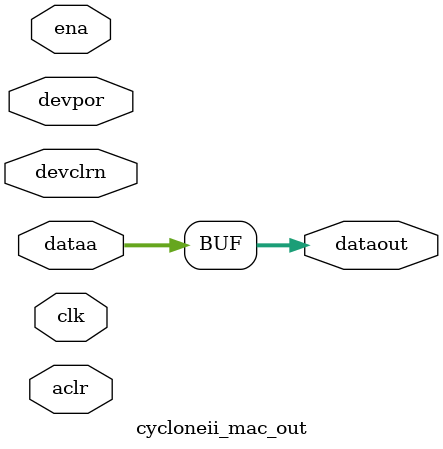
<source format=v>
module   cycloneii_mac_out (
   dataa,
   clk,
	ena,
   aclr,
   dataout,
	devclrn,
	devpor
   );

   parameter   dataa_width = 0;
   parameter   output_clock = "none";
   parameter   lpm_type = "cycloneii_mac_out";

   input [dataa_width-1:0] dataa;
   input ena;
   input clk;
   input aclr;
	input devclrn, devpor;

   output   [dataa_width-1:0] dataout;

	generate if (output_clock != "none") begin
      dffep dataa_reg_inst [ dataa_width-1 : 0 ] (
        .q(dataout),
        .ck(clk),
        .en(ena),
        .d(dataa),
 		  .s( 1'b0 ),
        .r(aclr)
      );
   end
   else
      assign dataout = dataa;
   endgenerate


endmodule //cycloneii_mac_out



</source>
